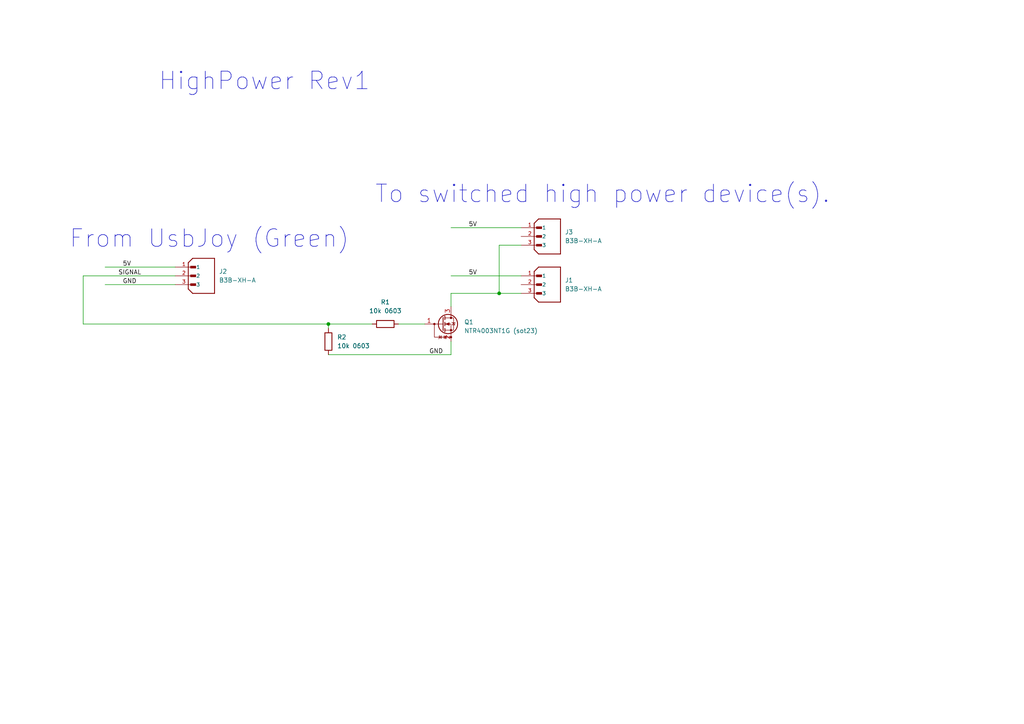
<source format=kicad_sch>
(kicad_sch (version 20250114) (generator "eeschema") (generator_version "9.0")
  (paper "A4")
  (lib_symbols
    (symbol "B3B-XH-A:B3B-XH-A" (pin_names (offset 1.016))
      (property "Reference" "J" (at -2.54 6.35 0))
      (property "Value" "B3B-XH-A" (at -2.54 -7.62 0))
      (symbol "B3B-XH-A_0_0"
        (polyline (pts (xy -3.81 3.81) (xy -3.81 -3.81)) (stroke (width 0.254)))
        (polyline (pts (xy -3.81 3.81) (xy -2.54 5.08)) (stroke (width 0.254)))
        (polyline (pts (xy -3.81 -3.81) (xy -2.54 -5.08)) (stroke (width 0.254)))
        (rectangle (start -3.175 2.2225) (end -1.5875 2.8575) (stroke (width 0.1)) (fill (type outline)))
        (rectangle (start -3.175 -0.3175) (end -1.5875 0.3175) (stroke (width 0.1)) (fill (type outline)))
        (rectangle (start -3.175 -2.8575) (end -1.5875 -2.2225) (stroke (width 0.1)) (fill (type outline)))
        (polyline (pts (xy -2.54 -5.08) (xy 3.81 -5.08)) (stroke (width 0.254)))
        (polyline (pts (xy 3.81 5.08) (xy -2.54 5.08)) (stroke (width 0.254)))
        (polyline (pts (xy 3.81 -5.08) (xy 3.81 5.08)) (stroke (width 0.254)))
        (pin passive line (at -7.62 2.54 0) (length 5.08) (name "1") (number "1"))
        (pin passive line (at -7.62 0 0) (length 5.08) (name "2") (number "2"))
        (pin passive line (at -7.62 -2.54 0) (length 5.08) (name "3") (number "3"))
      )
    )
    (symbol "Device:R" (pin_numbers (hide yes)) (pin_names (offset 0))
      (property "Reference" "R" (at 2.032 0 90))
      (property "Value" "R" (at 0 0 90))
      (symbol "R_0_1"
        (rectangle (start -1.016 -2.54) (end 1.016 2.54) (stroke (width 0.254)))
      )
      (symbol "R_1_1"
        (pin passive line (at 0 3.81 270) (length 1.27) (name "~") (number "1"))
        (pin passive line (at 0 -3.81 90) (length 1.27) (name "~") (number "2"))
      )
    )
    (symbol "Transistor_FET:DMN60H080DS" (pin_names (offset 0) (hide yes))
      (property "Reference" "Q" (at 5.08 1.905 0))
      (property "Value" "DMN60H080DS" (at 5.08 0 0))
      (symbol "DMN60H080DS_0_1"
        (polyline (pts (xy 2.54 -3.81) (xy -2.286 -3.81) (xy -2.286 0)))
      )
      (symbol "DMN60H080DS_1_1"
        (circle (center -2.286 0) (radius 0.254) (fill (type outline)))
        (polyline (pts (xy -1.016 -4.318) (xy -0.889 -4.191) (xy -0.889 -3.429) (xy -0.762 -3.302)))
        (polyline (pts (xy -0.889 -3.81) (xy -0.254 -4.191) (xy -0.254 -3.429) (xy -0.889 -3.81)))
        (polyline (pts (xy 0.254 1.905) (xy 0.254 -1.905)) (stroke (width 0.254)))
        (polyline (pts (xy 0.254 0) (xy -2.54 0)))
        (polyline (pts (xy 0.762 2.286) (xy 0.762 1.27)) (stroke (width 0.254)))
        (polyline (pts (xy 0.762 0.508) (xy 0.762 -0.508)) (stroke (width 0.254)))
        (polyline (pts (xy 0.762 -1.27) (xy 0.762 -2.286)) (stroke (width 0.254)))
        (polyline (pts (xy 0.762 -1.778) (xy 3.302 -1.778) (xy 3.302 1.778) (xy 0.762 1.778)))
        (polyline (pts (xy 1.016 0) (xy 2.032 0.381) (xy 2.032 -0.381) (xy 1.016 0)) (fill (type outline)))
        (polyline (pts (xy 1.143 -3.81) (xy 0.508 -3.429) (xy 0.508 -4.191) (xy 1.143 -3.81)))
        (polyline (pts (xy 1.27 -3.302) (xy 1.143 -3.429) (xy 1.143 -4.191) (xy 1.016 -4.318)))
        (circle (center 1.651 0) (radius 2.794) (stroke (width 0.254)))
        (polyline (pts (xy 2.54 2.54) (xy 2.54 1.778)))
        (circle (center 2.54 1.778) (radius 0.254) (fill (type outline)))
        (circle (center 2.54 -1.778) (radius 0.254) (fill (type outline)))
        (polyline (pts (xy 2.54 -2.54) (xy 2.54 0) (xy 0.762 0)))
        (circle (center 2.54 -3.81) (radius 0.254) (fill (type outline)))
        (polyline (pts (xy 2.794 0.508) (xy 2.921 0.381) (xy 3.683 0.381) (xy 3.81 0.254)))
        (polyline (pts (xy 3.302 0.381) (xy 2.921 -0.254) (xy 3.683 -0.254) (xy 3.302 0.381)))
        (pin input line (at -5.08 0 0) (length 2.54) (name "G") (number "1"))
        (pin passive line (at 2.54 5.08 270) (length 2.54) (name "D") (number "3"))
        (pin passive line (at 2.54 -5.08 90) (length 2.54) (name "S") (number "2"))
      )
    )
  )
  (text "HighPower Rev1" (at 76.708 23.622 0) (effects (font (size 5.08 5.08))))
  (text "From UsbJoy (Green)" (at 60.706 69.342 0) (effects (font (size 5.08 5.08))))
  (text "To switched high power device(s)." (at 174.752 56.388 0) (effects (font (size 5.08 5.08))))
  (junction (at 95.25 93.98))
  (junction (at 144.78 85.09))
  (wire (pts (xy 144.78 71.12) (xy 144.78 85.09)))
  (wire (pts (xy 151.13 85.09) (xy 144.78 85.09)))
  (wire (pts (xy 24.13 80.01) (xy 50.8 80.01)))
  (wire (pts (xy 130.81 66.04) (xy 151.13 66.04)))
  (wire (pts (xy 130.81 85.09) (xy 130.81 88.9)))
  (wire (pts (xy 115.57 93.98) (xy 123.19 93.98)))
  (wire (pts (xy 30.48 77.47) (xy 50.8 77.47)))
  (wire (pts (xy 144.78 85.09) (xy 130.81 85.09)))
  (wire (pts (xy 24.13 93.98) (xy 95.25 93.98)))
  (wire (pts (xy 30.48 82.55) (xy 50.8 82.55)))
  (wire (pts (xy 95.25 93.98) (xy 95.25 95.25)))
  (wire (pts (xy 130.81 80.01) (xy 151.13 80.01)))
  (wire (pts (xy 95.25 102.87) (xy 130.81 102.87)))
  (wire (pts (xy 130.81 99.06) (xy 130.81 102.87)))
  (wire (pts (xy 24.13 93.98) (xy 24.13 80.01)))
  (wire (pts (xy 151.13 71.12) (xy 144.78 71.12)))
  (wire (pts (xy 95.25 93.98) (xy 107.95 93.98)))
  (label "5V" (at 35.56 77.47 0))
  (label "5V" (at 135.89 66.04 0))
  (label "5V" (at 135.89 80.01 0))
  (label "GND" (at 35.56 82.55 0))
  (label "GND" (at 124.46 102.87 0))
  (label "SIGNAL" (at 34.29 80.01 0))
  (symbol (lib_id "B3B-XH-A:B3B-XH-A") (at 158.75 82.55 0) (unit 1)
    (property "Reference" "J1" (at 163.83 81.2799 0) (effects (justify left)))
    (property "Value" "B3B-XH-A" (at 163.83 83.8199 0) (effects (justify left)))
    (property "Footprint" "Connector_JST:JST_XH_B3B-XH-A_1x03_P2.50mm_Vertical" (effects (hide yes)))
    (property "PARTREV" "7/4/21" (effects (hide yes)))
    (property "STANDARD" "Manufacturer Recommendations" (effects (hide yes)))
    (property "MAXIMUM_PACKAGE_HEIGHT" "7.00 mm" (effects (hide yes)))
    (property "MANUFACTURER" "JST Sales America Inc." (effects (hide yes)))
  )
  (symbol (lib_id "Device:R") (at 95.25 99.06 0) (unit 1)
    (property "Reference" "R2" (at 97.79 97.7899 0) (effects (justify left)))
    (property "Value" "10k 0603" (at 97.79 100.3299 0) (effects (justify left)))
    (property "Footprint" "Capacitor_SMD:C_0603_1608Metric_Pad1.08x0.95mm_HandSolder" (effects (hide yes)))
    (property "Description" "Resistor" (effects (hide yes)))
  )
  (symbol (lib_id "B3B-XH-A:B3B-XH-A") (at 58.42 80.01 0) (unit 1)
    (property "Reference" "J2" (at 63.5 78.7399 0) (effects (justify left)))
    (property "Value" "B3B-XH-A" (at 63.5 81.2799 0) (effects (justify left)))
    (property "Footprint" "Connector_JST:JST_XH_B3B-XH-A_1x03_P2.50mm_Vertical" (effects (hide yes)))
    (property "PARTREV" "7/4/21" (effects (hide yes)))
    (property "STANDARD" "Manufacturer Recommendations" (effects (hide yes)))
    (property "MAXIMUM_PACKAGE_HEIGHT" "7.00 mm" (effects (hide yes)))
    (property "MANUFACTURER" "JST Sales America Inc." (effects (hide yes)))
  )
  (symbol (lib_id "Transistor_FET:DMN60H080DS") (at 128.27 93.98 0) (unit 1)
    (property "Reference" "Q1" (at 134.62 93.4084 0) (effects (justify left)))
    (property "Value" "NTR4003NT1G (sot23)" (at 134.62 95.9484 0) (effects (justify left)))
    (property "Footprint" "Package_TO_SOT_SMD:SOT-23" (effects (hide yes)))
    (property "Datasheet" "https://www.diodes.com/assets/Datasheets/DMN60H080DS.pdf" (effects (hide yes)))
    (property "Description" "600V Vds, 80mA Id, N-Channel MOSFET with ESD protection, SOT-23" (effects (hide yes)))
  )
  (symbol (lib_id "Device:R") (at 111.76 93.98 90) (unit 1)
    (property "Reference" "R1" (at 111.76 87.63 90))
    (property "Value" "10k 0603" (at 111.76 90.17 90))
    (property "Footprint" "Capacitor_SMD:C_0603_1608Metric_Pad1.08x0.95mm_HandSolder" (effects (hide yes)))
    (property "Description" "Resistor" (effects (hide yes)))
  )
  (symbol (lib_id "B3B-XH-A:B3B-XH-A") (at 158.75 68.58 0) (unit 1)
    (property "Reference" "J3" (at 163.83 67.3099 0) (effects (justify left)))
    (property "Value" "B3B-XH-A" (at 163.83 69.8499 0) (effects (justify left)))
    (property "Footprint" "Connector_JST:JST_XH_B3B-XH-A_1x03_P2.50mm_Vertical" (effects (hide yes)))
    (property "PARTREV" "7/4/21" (effects (hide yes)))
    (property "STANDARD" "Manufacturer Recommendations" (effects (hide yes)))
    (property "MAXIMUM_PACKAGE_HEIGHT" "7.00 mm" (effects (hide yes)))
    (property "MANUFACTURER" "JST Sales America Inc." (effects (hide yes)))
  )
)
</source>
